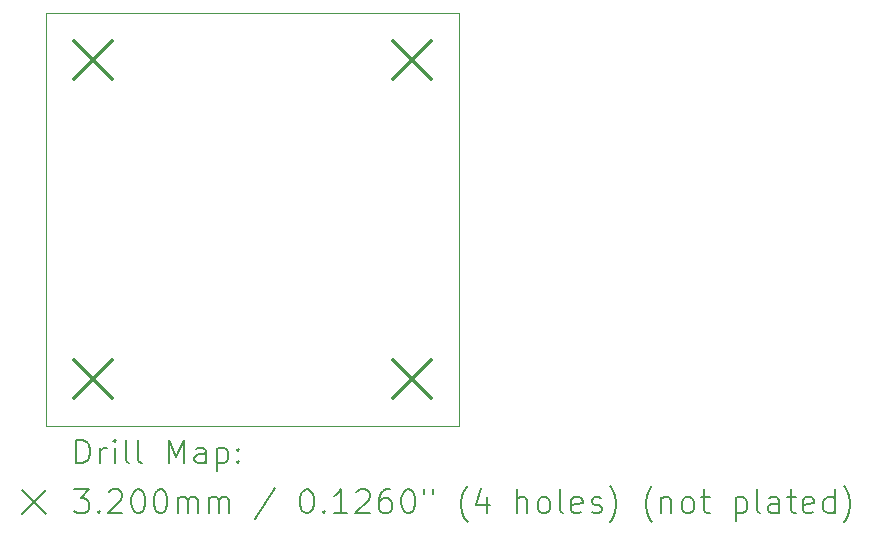
<source format=gbr>
%TF.GenerationSoftware,KiCad,Pcbnew,8.0.7*%
%TF.CreationDate,2025-01-24T14:26:29+01:00*%
%TF.ProjectId,STM32F4_GateSignalGenerator_GateDriver,53544d33-3246-4345-9f47-617465536967,rev?*%
%TF.SameCoordinates,Original*%
%TF.FileFunction,Drillmap*%
%TF.FilePolarity,Positive*%
%FSLAX45Y45*%
G04 Gerber Fmt 4.5, Leading zero omitted, Abs format (unit mm)*
G04 Created by KiCad (PCBNEW 8.0.7) date 2025-01-24 14:26:29*
%MOMM*%
%LPD*%
G01*
G04 APERTURE LIST*
%ADD10C,0.050000*%
%ADD11C,0.200000*%
%ADD12C,0.320000*%
G04 APERTURE END LIST*
D10*
X11750000Y-9250000D02*
X15250000Y-9250000D01*
X15250000Y-12750000D01*
X11750000Y-12750000D01*
X11750000Y-9250000D01*
D11*
D12*
X11990000Y-9490000D02*
X12310000Y-9810000D01*
X12310000Y-9490000D02*
X11990000Y-9810000D01*
X11990000Y-12190000D02*
X12310000Y-12510000D01*
X12310000Y-12190000D02*
X11990000Y-12510000D01*
X14690000Y-9490000D02*
X15010000Y-9810000D01*
X15010000Y-9490000D02*
X14690000Y-9810000D01*
X14690000Y-12190000D02*
X15010000Y-12510000D01*
X15010000Y-12190000D02*
X14690000Y-12510000D01*
D11*
X12008277Y-13063984D02*
X12008277Y-12863984D01*
X12008277Y-12863984D02*
X12055896Y-12863984D01*
X12055896Y-12863984D02*
X12084467Y-12873508D01*
X12084467Y-12873508D02*
X12103515Y-12892555D01*
X12103515Y-12892555D02*
X12113039Y-12911603D01*
X12113039Y-12911603D02*
X12122562Y-12949698D01*
X12122562Y-12949698D02*
X12122562Y-12978269D01*
X12122562Y-12978269D02*
X12113039Y-13016365D01*
X12113039Y-13016365D02*
X12103515Y-13035412D01*
X12103515Y-13035412D02*
X12084467Y-13054460D01*
X12084467Y-13054460D02*
X12055896Y-13063984D01*
X12055896Y-13063984D02*
X12008277Y-13063984D01*
X12208277Y-13063984D02*
X12208277Y-12930650D01*
X12208277Y-12968746D02*
X12217801Y-12949698D01*
X12217801Y-12949698D02*
X12227324Y-12940174D01*
X12227324Y-12940174D02*
X12246372Y-12930650D01*
X12246372Y-12930650D02*
X12265420Y-12930650D01*
X12332086Y-13063984D02*
X12332086Y-12930650D01*
X12332086Y-12863984D02*
X12322562Y-12873508D01*
X12322562Y-12873508D02*
X12332086Y-12883031D01*
X12332086Y-12883031D02*
X12341610Y-12873508D01*
X12341610Y-12873508D02*
X12332086Y-12863984D01*
X12332086Y-12863984D02*
X12332086Y-12883031D01*
X12455896Y-13063984D02*
X12436848Y-13054460D01*
X12436848Y-13054460D02*
X12427324Y-13035412D01*
X12427324Y-13035412D02*
X12427324Y-12863984D01*
X12560658Y-13063984D02*
X12541610Y-13054460D01*
X12541610Y-13054460D02*
X12532086Y-13035412D01*
X12532086Y-13035412D02*
X12532086Y-12863984D01*
X12789229Y-13063984D02*
X12789229Y-12863984D01*
X12789229Y-12863984D02*
X12855896Y-13006841D01*
X12855896Y-13006841D02*
X12922562Y-12863984D01*
X12922562Y-12863984D02*
X12922562Y-13063984D01*
X13103515Y-13063984D02*
X13103515Y-12959222D01*
X13103515Y-12959222D02*
X13093991Y-12940174D01*
X13093991Y-12940174D02*
X13074943Y-12930650D01*
X13074943Y-12930650D02*
X13036848Y-12930650D01*
X13036848Y-12930650D02*
X13017801Y-12940174D01*
X13103515Y-13054460D02*
X13084467Y-13063984D01*
X13084467Y-13063984D02*
X13036848Y-13063984D01*
X13036848Y-13063984D02*
X13017801Y-13054460D01*
X13017801Y-13054460D02*
X13008277Y-13035412D01*
X13008277Y-13035412D02*
X13008277Y-13016365D01*
X13008277Y-13016365D02*
X13017801Y-12997317D01*
X13017801Y-12997317D02*
X13036848Y-12987793D01*
X13036848Y-12987793D02*
X13084467Y-12987793D01*
X13084467Y-12987793D02*
X13103515Y-12978269D01*
X13198753Y-12930650D02*
X13198753Y-13130650D01*
X13198753Y-12940174D02*
X13217801Y-12930650D01*
X13217801Y-12930650D02*
X13255896Y-12930650D01*
X13255896Y-12930650D02*
X13274943Y-12940174D01*
X13274943Y-12940174D02*
X13284467Y-12949698D01*
X13284467Y-12949698D02*
X13293991Y-12968746D01*
X13293991Y-12968746D02*
X13293991Y-13025888D01*
X13293991Y-13025888D02*
X13284467Y-13044936D01*
X13284467Y-13044936D02*
X13274943Y-13054460D01*
X13274943Y-13054460D02*
X13255896Y-13063984D01*
X13255896Y-13063984D02*
X13217801Y-13063984D01*
X13217801Y-13063984D02*
X13198753Y-13054460D01*
X13379705Y-13044936D02*
X13389229Y-13054460D01*
X13389229Y-13054460D02*
X13379705Y-13063984D01*
X13379705Y-13063984D02*
X13370182Y-13054460D01*
X13370182Y-13054460D02*
X13379705Y-13044936D01*
X13379705Y-13044936D02*
X13379705Y-13063984D01*
X13379705Y-12940174D02*
X13389229Y-12949698D01*
X13389229Y-12949698D02*
X13379705Y-12959222D01*
X13379705Y-12959222D02*
X13370182Y-12949698D01*
X13370182Y-12949698D02*
X13379705Y-12940174D01*
X13379705Y-12940174D02*
X13379705Y-12959222D01*
X11547500Y-13292500D02*
X11747500Y-13492500D01*
X11747500Y-13292500D02*
X11547500Y-13492500D01*
X11989229Y-13283984D02*
X12113039Y-13283984D01*
X12113039Y-13283984D02*
X12046372Y-13360174D01*
X12046372Y-13360174D02*
X12074943Y-13360174D01*
X12074943Y-13360174D02*
X12093991Y-13369698D01*
X12093991Y-13369698D02*
X12103515Y-13379222D01*
X12103515Y-13379222D02*
X12113039Y-13398269D01*
X12113039Y-13398269D02*
X12113039Y-13445888D01*
X12113039Y-13445888D02*
X12103515Y-13464936D01*
X12103515Y-13464936D02*
X12093991Y-13474460D01*
X12093991Y-13474460D02*
X12074943Y-13483984D01*
X12074943Y-13483984D02*
X12017801Y-13483984D01*
X12017801Y-13483984D02*
X11998753Y-13474460D01*
X11998753Y-13474460D02*
X11989229Y-13464936D01*
X12198753Y-13464936D02*
X12208277Y-13474460D01*
X12208277Y-13474460D02*
X12198753Y-13483984D01*
X12198753Y-13483984D02*
X12189229Y-13474460D01*
X12189229Y-13474460D02*
X12198753Y-13464936D01*
X12198753Y-13464936D02*
X12198753Y-13483984D01*
X12284467Y-13303031D02*
X12293991Y-13293508D01*
X12293991Y-13293508D02*
X12313039Y-13283984D01*
X12313039Y-13283984D02*
X12360658Y-13283984D01*
X12360658Y-13283984D02*
X12379705Y-13293508D01*
X12379705Y-13293508D02*
X12389229Y-13303031D01*
X12389229Y-13303031D02*
X12398753Y-13322079D01*
X12398753Y-13322079D02*
X12398753Y-13341127D01*
X12398753Y-13341127D02*
X12389229Y-13369698D01*
X12389229Y-13369698D02*
X12274943Y-13483984D01*
X12274943Y-13483984D02*
X12398753Y-13483984D01*
X12522562Y-13283984D02*
X12541610Y-13283984D01*
X12541610Y-13283984D02*
X12560658Y-13293508D01*
X12560658Y-13293508D02*
X12570182Y-13303031D01*
X12570182Y-13303031D02*
X12579705Y-13322079D01*
X12579705Y-13322079D02*
X12589229Y-13360174D01*
X12589229Y-13360174D02*
X12589229Y-13407793D01*
X12589229Y-13407793D02*
X12579705Y-13445888D01*
X12579705Y-13445888D02*
X12570182Y-13464936D01*
X12570182Y-13464936D02*
X12560658Y-13474460D01*
X12560658Y-13474460D02*
X12541610Y-13483984D01*
X12541610Y-13483984D02*
X12522562Y-13483984D01*
X12522562Y-13483984D02*
X12503515Y-13474460D01*
X12503515Y-13474460D02*
X12493991Y-13464936D01*
X12493991Y-13464936D02*
X12484467Y-13445888D01*
X12484467Y-13445888D02*
X12474943Y-13407793D01*
X12474943Y-13407793D02*
X12474943Y-13360174D01*
X12474943Y-13360174D02*
X12484467Y-13322079D01*
X12484467Y-13322079D02*
X12493991Y-13303031D01*
X12493991Y-13303031D02*
X12503515Y-13293508D01*
X12503515Y-13293508D02*
X12522562Y-13283984D01*
X12713039Y-13283984D02*
X12732086Y-13283984D01*
X12732086Y-13283984D02*
X12751134Y-13293508D01*
X12751134Y-13293508D02*
X12760658Y-13303031D01*
X12760658Y-13303031D02*
X12770182Y-13322079D01*
X12770182Y-13322079D02*
X12779705Y-13360174D01*
X12779705Y-13360174D02*
X12779705Y-13407793D01*
X12779705Y-13407793D02*
X12770182Y-13445888D01*
X12770182Y-13445888D02*
X12760658Y-13464936D01*
X12760658Y-13464936D02*
X12751134Y-13474460D01*
X12751134Y-13474460D02*
X12732086Y-13483984D01*
X12732086Y-13483984D02*
X12713039Y-13483984D01*
X12713039Y-13483984D02*
X12693991Y-13474460D01*
X12693991Y-13474460D02*
X12684467Y-13464936D01*
X12684467Y-13464936D02*
X12674943Y-13445888D01*
X12674943Y-13445888D02*
X12665420Y-13407793D01*
X12665420Y-13407793D02*
X12665420Y-13360174D01*
X12665420Y-13360174D02*
X12674943Y-13322079D01*
X12674943Y-13322079D02*
X12684467Y-13303031D01*
X12684467Y-13303031D02*
X12693991Y-13293508D01*
X12693991Y-13293508D02*
X12713039Y-13283984D01*
X12865420Y-13483984D02*
X12865420Y-13350650D01*
X12865420Y-13369698D02*
X12874943Y-13360174D01*
X12874943Y-13360174D02*
X12893991Y-13350650D01*
X12893991Y-13350650D02*
X12922563Y-13350650D01*
X12922563Y-13350650D02*
X12941610Y-13360174D01*
X12941610Y-13360174D02*
X12951134Y-13379222D01*
X12951134Y-13379222D02*
X12951134Y-13483984D01*
X12951134Y-13379222D02*
X12960658Y-13360174D01*
X12960658Y-13360174D02*
X12979705Y-13350650D01*
X12979705Y-13350650D02*
X13008277Y-13350650D01*
X13008277Y-13350650D02*
X13027324Y-13360174D01*
X13027324Y-13360174D02*
X13036848Y-13379222D01*
X13036848Y-13379222D02*
X13036848Y-13483984D01*
X13132086Y-13483984D02*
X13132086Y-13350650D01*
X13132086Y-13369698D02*
X13141610Y-13360174D01*
X13141610Y-13360174D02*
X13160658Y-13350650D01*
X13160658Y-13350650D02*
X13189229Y-13350650D01*
X13189229Y-13350650D02*
X13208277Y-13360174D01*
X13208277Y-13360174D02*
X13217801Y-13379222D01*
X13217801Y-13379222D02*
X13217801Y-13483984D01*
X13217801Y-13379222D02*
X13227324Y-13360174D01*
X13227324Y-13360174D02*
X13246372Y-13350650D01*
X13246372Y-13350650D02*
X13274943Y-13350650D01*
X13274943Y-13350650D02*
X13293991Y-13360174D01*
X13293991Y-13360174D02*
X13303515Y-13379222D01*
X13303515Y-13379222D02*
X13303515Y-13483984D01*
X13693991Y-13274460D02*
X13522563Y-13531603D01*
X13951134Y-13283984D02*
X13970182Y-13283984D01*
X13970182Y-13283984D02*
X13989229Y-13293508D01*
X13989229Y-13293508D02*
X13998753Y-13303031D01*
X13998753Y-13303031D02*
X14008277Y-13322079D01*
X14008277Y-13322079D02*
X14017801Y-13360174D01*
X14017801Y-13360174D02*
X14017801Y-13407793D01*
X14017801Y-13407793D02*
X14008277Y-13445888D01*
X14008277Y-13445888D02*
X13998753Y-13464936D01*
X13998753Y-13464936D02*
X13989229Y-13474460D01*
X13989229Y-13474460D02*
X13970182Y-13483984D01*
X13970182Y-13483984D02*
X13951134Y-13483984D01*
X13951134Y-13483984D02*
X13932086Y-13474460D01*
X13932086Y-13474460D02*
X13922563Y-13464936D01*
X13922563Y-13464936D02*
X13913039Y-13445888D01*
X13913039Y-13445888D02*
X13903515Y-13407793D01*
X13903515Y-13407793D02*
X13903515Y-13360174D01*
X13903515Y-13360174D02*
X13913039Y-13322079D01*
X13913039Y-13322079D02*
X13922563Y-13303031D01*
X13922563Y-13303031D02*
X13932086Y-13293508D01*
X13932086Y-13293508D02*
X13951134Y-13283984D01*
X14103515Y-13464936D02*
X14113039Y-13474460D01*
X14113039Y-13474460D02*
X14103515Y-13483984D01*
X14103515Y-13483984D02*
X14093991Y-13474460D01*
X14093991Y-13474460D02*
X14103515Y-13464936D01*
X14103515Y-13464936D02*
X14103515Y-13483984D01*
X14303515Y-13483984D02*
X14189229Y-13483984D01*
X14246372Y-13483984D02*
X14246372Y-13283984D01*
X14246372Y-13283984D02*
X14227325Y-13312555D01*
X14227325Y-13312555D02*
X14208277Y-13331603D01*
X14208277Y-13331603D02*
X14189229Y-13341127D01*
X14379706Y-13303031D02*
X14389229Y-13293508D01*
X14389229Y-13293508D02*
X14408277Y-13283984D01*
X14408277Y-13283984D02*
X14455896Y-13283984D01*
X14455896Y-13283984D02*
X14474944Y-13293508D01*
X14474944Y-13293508D02*
X14484467Y-13303031D01*
X14484467Y-13303031D02*
X14493991Y-13322079D01*
X14493991Y-13322079D02*
X14493991Y-13341127D01*
X14493991Y-13341127D02*
X14484467Y-13369698D01*
X14484467Y-13369698D02*
X14370182Y-13483984D01*
X14370182Y-13483984D02*
X14493991Y-13483984D01*
X14665420Y-13283984D02*
X14627325Y-13283984D01*
X14627325Y-13283984D02*
X14608277Y-13293508D01*
X14608277Y-13293508D02*
X14598753Y-13303031D01*
X14598753Y-13303031D02*
X14579706Y-13331603D01*
X14579706Y-13331603D02*
X14570182Y-13369698D01*
X14570182Y-13369698D02*
X14570182Y-13445888D01*
X14570182Y-13445888D02*
X14579706Y-13464936D01*
X14579706Y-13464936D02*
X14589229Y-13474460D01*
X14589229Y-13474460D02*
X14608277Y-13483984D01*
X14608277Y-13483984D02*
X14646372Y-13483984D01*
X14646372Y-13483984D02*
X14665420Y-13474460D01*
X14665420Y-13474460D02*
X14674944Y-13464936D01*
X14674944Y-13464936D02*
X14684467Y-13445888D01*
X14684467Y-13445888D02*
X14684467Y-13398269D01*
X14684467Y-13398269D02*
X14674944Y-13379222D01*
X14674944Y-13379222D02*
X14665420Y-13369698D01*
X14665420Y-13369698D02*
X14646372Y-13360174D01*
X14646372Y-13360174D02*
X14608277Y-13360174D01*
X14608277Y-13360174D02*
X14589229Y-13369698D01*
X14589229Y-13369698D02*
X14579706Y-13379222D01*
X14579706Y-13379222D02*
X14570182Y-13398269D01*
X14808277Y-13283984D02*
X14827325Y-13283984D01*
X14827325Y-13283984D02*
X14846372Y-13293508D01*
X14846372Y-13293508D02*
X14855896Y-13303031D01*
X14855896Y-13303031D02*
X14865420Y-13322079D01*
X14865420Y-13322079D02*
X14874944Y-13360174D01*
X14874944Y-13360174D02*
X14874944Y-13407793D01*
X14874944Y-13407793D02*
X14865420Y-13445888D01*
X14865420Y-13445888D02*
X14855896Y-13464936D01*
X14855896Y-13464936D02*
X14846372Y-13474460D01*
X14846372Y-13474460D02*
X14827325Y-13483984D01*
X14827325Y-13483984D02*
X14808277Y-13483984D01*
X14808277Y-13483984D02*
X14789229Y-13474460D01*
X14789229Y-13474460D02*
X14779706Y-13464936D01*
X14779706Y-13464936D02*
X14770182Y-13445888D01*
X14770182Y-13445888D02*
X14760658Y-13407793D01*
X14760658Y-13407793D02*
X14760658Y-13360174D01*
X14760658Y-13360174D02*
X14770182Y-13322079D01*
X14770182Y-13322079D02*
X14779706Y-13303031D01*
X14779706Y-13303031D02*
X14789229Y-13293508D01*
X14789229Y-13293508D02*
X14808277Y-13283984D01*
X14951134Y-13283984D02*
X14951134Y-13322079D01*
X15027325Y-13283984D02*
X15027325Y-13322079D01*
X15322563Y-13560174D02*
X15313039Y-13550650D01*
X15313039Y-13550650D02*
X15293991Y-13522079D01*
X15293991Y-13522079D02*
X15284468Y-13503031D01*
X15284468Y-13503031D02*
X15274944Y-13474460D01*
X15274944Y-13474460D02*
X15265420Y-13426841D01*
X15265420Y-13426841D02*
X15265420Y-13388746D01*
X15265420Y-13388746D02*
X15274944Y-13341127D01*
X15274944Y-13341127D02*
X15284468Y-13312555D01*
X15284468Y-13312555D02*
X15293991Y-13293508D01*
X15293991Y-13293508D02*
X15313039Y-13264936D01*
X15313039Y-13264936D02*
X15322563Y-13255412D01*
X15484468Y-13350650D02*
X15484468Y-13483984D01*
X15436848Y-13274460D02*
X15389229Y-13417317D01*
X15389229Y-13417317D02*
X15513039Y-13417317D01*
X15741610Y-13483984D02*
X15741610Y-13283984D01*
X15827325Y-13483984D02*
X15827325Y-13379222D01*
X15827325Y-13379222D02*
X15817801Y-13360174D01*
X15817801Y-13360174D02*
X15798753Y-13350650D01*
X15798753Y-13350650D02*
X15770182Y-13350650D01*
X15770182Y-13350650D02*
X15751134Y-13360174D01*
X15751134Y-13360174D02*
X15741610Y-13369698D01*
X15951134Y-13483984D02*
X15932087Y-13474460D01*
X15932087Y-13474460D02*
X15922563Y-13464936D01*
X15922563Y-13464936D02*
X15913039Y-13445888D01*
X15913039Y-13445888D02*
X15913039Y-13388746D01*
X15913039Y-13388746D02*
X15922563Y-13369698D01*
X15922563Y-13369698D02*
X15932087Y-13360174D01*
X15932087Y-13360174D02*
X15951134Y-13350650D01*
X15951134Y-13350650D02*
X15979706Y-13350650D01*
X15979706Y-13350650D02*
X15998753Y-13360174D01*
X15998753Y-13360174D02*
X16008277Y-13369698D01*
X16008277Y-13369698D02*
X16017801Y-13388746D01*
X16017801Y-13388746D02*
X16017801Y-13445888D01*
X16017801Y-13445888D02*
X16008277Y-13464936D01*
X16008277Y-13464936D02*
X15998753Y-13474460D01*
X15998753Y-13474460D02*
X15979706Y-13483984D01*
X15979706Y-13483984D02*
X15951134Y-13483984D01*
X16132087Y-13483984D02*
X16113039Y-13474460D01*
X16113039Y-13474460D02*
X16103515Y-13455412D01*
X16103515Y-13455412D02*
X16103515Y-13283984D01*
X16284468Y-13474460D02*
X16265420Y-13483984D01*
X16265420Y-13483984D02*
X16227325Y-13483984D01*
X16227325Y-13483984D02*
X16208277Y-13474460D01*
X16208277Y-13474460D02*
X16198753Y-13455412D01*
X16198753Y-13455412D02*
X16198753Y-13379222D01*
X16198753Y-13379222D02*
X16208277Y-13360174D01*
X16208277Y-13360174D02*
X16227325Y-13350650D01*
X16227325Y-13350650D02*
X16265420Y-13350650D01*
X16265420Y-13350650D02*
X16284468Y-13360174D01*
X16284468Y-13360174D02*
X16293991Y-13379222D01*
X16293991Y-13379222D02*
X16293991Y-13398269D01*
X16293991Y-13398269D02*
X16198753Y-13417317D01*
X16370182Y-13474460D02*
X16389230Y-13483984D01*
X16389230Y-13483984D02*
X16427325Y-13483984D01*
X16427325Y-13483984D02*
X16446372Y-13474460D01*
X16446372Y-13474460D02*
X16455896Y-13455412D01*
X16455896Y-13455412D02*
X16455896Y-13445888D01*
X16455896Y-13445888D02*
X16446372Y-13426841D01*
X16446372Y-13426841D02*
X16427325Y-13417317D01*
X16427325Y-13417317D02*
X16398753Y-13417317D01*
X16398753Y-13417317D02*
X16379706Y-13407793D01*
X16379706Y-13407793D02*
X16370182Y-13388746D01*
X16370182Y-13388746D02*
X16370182Y-13379222D01*
X16370182Y-13379222D02*
X16379706Y-13360174D01*
X16379706Y-13360174D02*
X16398753Y-13350650D01*
X16398753Y-13350650D02*
X16427325Y-13350650D01*
X16427325Y-13350650D02*
X16446372Y-13360174D01*
X16522563Y-13560174D02*
X16532087Y-13550650D01*
X16532087Y-13550650D02*
X16551134Y-13522079D01*
X16551134Y-13522079D02*
X16560658Y-13503031D01*
X16560658Y-13503031D02*
X16570182Y-13474460D01*
X16570182Y-13474460D02*
X16579706Y-13426841D01*
X16579706Y-13426841D02*
X16579706Y-13388746D01*
X16579706Y-13388746D02*
X16570182Y-13341127D01*
X16570182Y-13341127D02*
X16560658Y-13312555D01*
X16560658Y-13312555D02*
X16551134Y-13293508D01*
X16551134Y-13293508D02*
X16532087Y-13264936D01*
X16532087Y-13264936D02*
X16522563Y-13255412D01*
X16884468Y-13560174D02*
X16874944Y-13550650D01*
X16874944Y-13550650D02*
X16855896Y-13522079D01*
X16855896Y-13522079D02*
X16846373Y-13503031D01*
X16846373Y-13503031D02*
X16836849Y-13474460D01*
X16836849Y-13474460D02*
X16827325Y-13426841D01*
X16827325Y-13426841D02*
X16827325Y-13388746D01*
X16827325Y-13388746D02*
X16836849Y-13341127D01*
X16836849Y-13341127D02*
X16846373Y-13312555D01*
X16846373Y-13312555D02*
X16855896Y-13293508D01*
X16855896Y-13293508D02*
X16874944Y-13264936D01*
X16874944Y-13264936D02*
X16884468Y-13255412D01*
X16960658Y-13350650D02*
X16960658Y-13483984D01*
X16960658Y-13369698D02*
X16970182Y-13360174D01*
X16970182Y-13360174D02*
X16989230Y-13350650D01*
X16989230Y-13350650D02*
X17017801Y-13350650D01*
X17017801Y-13350650D02*
X17036849Y-13360174D01*
X17036849Y-13360174D02*
X17046373Y-13379222D01*
X17046373Y-13379222D02*
X17046373Y-13483984D01*
X17170182Y-13483984D02*
X17151134Y-13474460D01*
X17151134Y-13474460D02*
X17141611Y-13464936D01*
X17141611Y-13464936D02*
X17132087Y-13445888D01*
X17132087Y-13445888D02*
X17132087Y-13388746D01*
X17132087Y-13388746D02*
X17141611Y-13369698D01*
X17141611Y-13369698D02*
X17151134Y-13360174D01*
X17151134Y-13360174D02*
X17170182Y-13350650D01*
X17170182Y-13350650D02*
X17198754Y-13350650D01*
X17198754Y-13350650D02*
X17217801Y-13360174D01*
X17217801Y-13360174D02*
X17227325Y-13369698D01*
X17227325Y-13369698D02*
X17236849Y-13388746D01*
X17236849Y-13388746D02*
X17236849Y-13445888D01*
X17236849Y-13445888D02*
X17227325Y-13464936D01*
X17227325Y-13464936D02*
X17217801Y-13474460D01*
X17217801Y-13474460D02*
X17198754Y-13483984D01*
X17198754Y-13483984D02*
X17170182Y-13483984D01*
X17293992Y-13350650D02*
X17370182Y-13350650D01*
X17322563Y-13283984D02*
X17322563Y-13455412D01*
X17322563Y-13455412D02*
X17332087Y-13474460D01*
X17332087Y-13474460D02*
X17351134Y-13483984D01*
X17351134Y-13483984D02*
X17370182Y-13483984D01*
X17589230Y-13350650D02*
X17589230Y-13550650D01*
X17589230Y-13360174D02*
X17608277Y-13350650D01*
X17608277Y-13350650D02*
X17646373Y-13350650D01*
X17646373Y-13350650D02*
X17665420Y-13360174D01*
X17665420Y-13360174D02*
X17674944Y-13369698D01*
X17674944Y-13369698D02*
X17684468Y-13388746D01*
X17684468Y-13388746D02*
X17684468Y-13445888D01*
X17684468Y-13445888D02*
X17674944Y-13464936D01*
X17674944Y-13464936D02*
X17665420Y-13474460D01*
X17665420Y-13474460D02*
X17646373Y-13483984D01*
X17646373Y-13483984D02*
X17608277Y-13483984D01*
X17608277Y-13483984D02*
X17589230Y-13474460D01*
X17798754Y-13483984D02*
X17779706Y-13474460D01*
X17779706Y-13474460D02*
X17770182Y-13455412D01*
X17770182Y-13455412D02*
X17770182Y-13283984D01*
X17960658Y-13483984D02*
X17960658Y-13379222D01*
X17960658Y-13379222D02*
X17951135Y-13360174D01*
X17951135Y-13360174D02*
X17932087Y-13350650D01*
X17932087Y-13350650D02*
X17893992Y-13350650D01*
X17893992Y-13350650D02*
X17874944Y-13360174D01*
X17960658Y-13474460D02*
X17941611Y-13483984D01*
X17941611Y-13483984D02*
X17893992Y-13483984D01*
X17893992Y-13483984D02*
X17874944Y-13474460D01*
X17874944Y-13474460D02*
X17865420Y-13455412D01*
X17865420Y-13455412D02*
X17865420Y-13436365D01*
X17865420Y-13436365D02*
X17874944Y-13417317D01*
X17874944Y-13417317D02*
X17893992Y-13407793D01*
X17893992Y-13407793D02*
X17941611Y-13407793D01*
X17941611Y-13407793D02*
X17960658Y-13398269D01*
X18027325Y-13350650D02*
X18103515Y-13350650D01*
X18055896Y-13283984D02*
X18055896Y-13455412D01*
X18055896Y-13455412D02*
X18065420Y-13474460D01*
X18065420Y-13474460D02*
X18084468Y-13483984D01*
X18084468Y-13483984D02*
X18103515Y-13483984D01*
X18246373Y-13474460D02*
X18227325Y-13483984D01*
X18227325Y-13483984D02*
X18189230Y-13483984D01*
X18189230Y-13483984D02*
X18170182Y-13474460D01*
X18170182Y-13474460D02*
X18160658Y-13455412D01*
X18160658Y-13455412D02*
X18160658Y-13379222D01*
X18160658Y-13379222D02*
X18170182Y-13360174D01*
X18170182Y-13360174D02*
X18189230Y-13350650D01*
X18189230Y-13350650D02*
X18227325Y-13350650D01*
X18227325Y-13350650D02*
X18246373Y-13360174D01*
X18246373Y-13360174D02*
X18255896Y-13379222D01*
X18255896Y-13379222D02*
X18255896Y-13398269D01*
X18255896Y-13398269D02*
X18160658Y-13417317D01*
X18427325Y-13483984D02*
X18427325Y-13283984D01*
X18427325Y-13474460D02*
X18408277Y-13483984D01*
X18408277Y-13483984D02*
X18370182Y-13483984D01*
X18370182Y-13483984D02*
X18351135Y-13474460D01*
X18351135Y-13474460D02*
X18341611Y-13464936D01*
X18341611Y-13464936D02*
X18332087Y-13445888D01*
X18332087Y-13445888D02*
X18332087Y-13388746D01*
X18332087Y-13388746D02*
X18341611Y-13369698D01*
X18341611Y-13369698D02*
X18351135Y-13360174D01*
X18351135Y-13360174D02*
X18370182Y-13350650D01*
X18370182Y-13350650D02*
X18408277Y-13350650D01*
X18408277Y-13350650D02*
X18427325Y-13360174D01*
X18503516Y-13560174D02*
X18513039Y-13550650D01*
X18513039Y-13550650D02*
X18532087Y-13522079D01*
X18532087Y-13522079D02*
X18541611Y-13503031D01*
X18541611Y-13503031D02*
X18551135Y-13474460D01*
X18551135Y-13474460D02*
X18560658Y-13426841D01*
X18560658Y-13426841D02*
X18560658Y-13388746D01*
X18560658Y-13388746D02*
X18551135Y-13341127D01*
X18551135Y-13341127D02*
X18541611Y-13312555D01*
X18541611Y-13312555D02*
X18532087Y-13293508D01*
X18532087Y-13293508D02*
X18513039Y-13264936D01*
X18513039Y-13264936D02*
X18503516Y-13255412D01*
M02*

</source>
